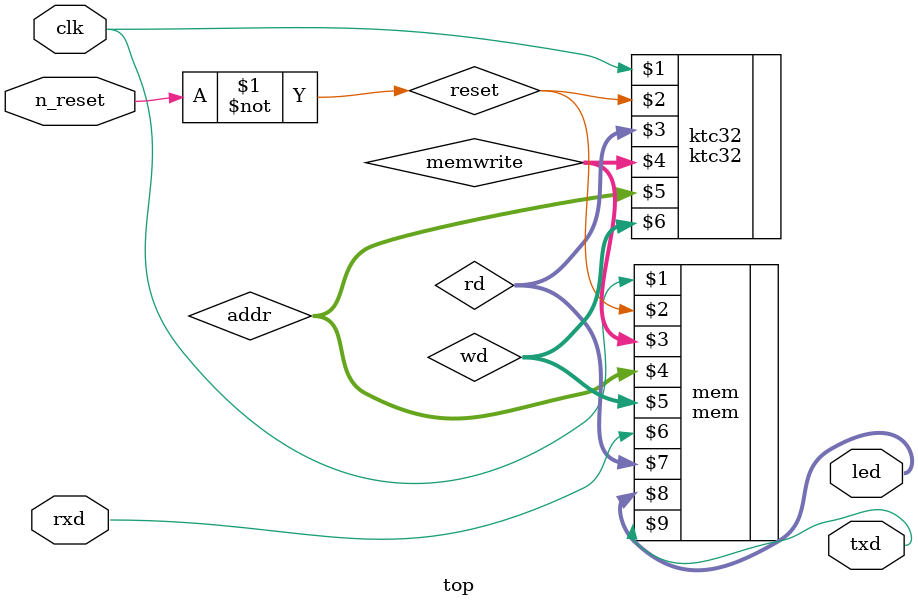
<source format=sv>
module top (
    input logic clk,
    input logic n_reset,
    input logic rxd,

    output logic [3:0] led,
    output logic txd
);

  logic [31:0] rd;
  logic [31:0] addr;
  logic [31:0] wd;
  logic [1:0] memwrite;
  logic reset;

  assign reset = ~n_reset;

  ktc32 ktc32 (
      clk,
      reset,
      rd,

      memwrite,
      addr,
      wd
  );

  mem mem (
      clk,
      reset,
      memwrite,
      addr,
      wd,
      rxd,

      rd,
      led,
      txd
  );

endmodule

</source>
